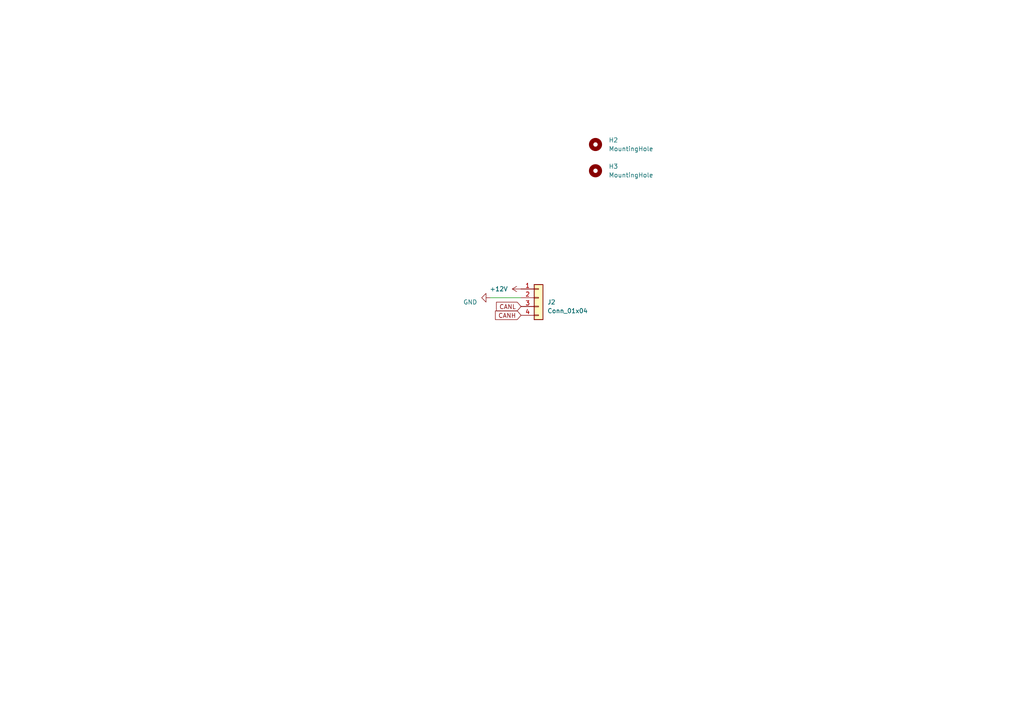
<source format=kicad_sch>
(kicad_sch (version 20210126) (generator eeschema)
  (paper "A4")
  (title_block (title "CAN Bus Alfa Speed Display") (date "2021-04-16") (rev "1") (comment 1 "Author: James Fletcher"))
  (lib_symbols
    (symbol "Connector_Generic:Conn_01x04" (pin_names (offset 1.016) hide)
      (property "Reference" "J" (at 0 5.08 0))
      (property "Value" "Conn_01x04" (at 0 -7.62 0))
      (symbol "Conn_01x04_1_1"
        (rectangle (start -1.27 -4.953) (end 0 -5.207) (stroke (width 0.1524)))
        (rectangle (start -1.27 -2.413) (end 0 -2.667) (stroke (width 0.1524)))
        (rectangle (start -1.27 2.667) (end 0 2.413) (stroke (width 0.1524)))
        (rectangle (start -1.27 3.81) (end 1.27 -6.35) (stroke (width 0.254)) (fill (type background)))
        (rectangle (start -1.27 0.127) (end 0 -0.127) (stroke (width 0.1524)))
        (pin passive line (at -5.08 2.54 0) (length 3.81) (name "Pin_1") (number "1"))
        (pin passive line (at -5.08 0 0) (length 3.81) (name "Pin_2") (number "2"))
        (pin passive line (at -5.08 -2.54 0) (length 3.81) (name "Pin_3") (number "3"))
        (pin passive line (at -5.08 -5.08 0) (length 3.81) (name "Pin_4") (number "4"))
      )
    )
    (symbol "Mechanical:MountingHole" (pin_names (offset 1.016))
      (property "Reference" "H" (at 0 5.08 0))
      (property "Value" "MountingHole" (at 0 3.175 0))
      (symbol "MountingHole_0_1"
        (circle (center 0 0) (radius 1.27) (stroke (width 1.27)))
      )
    )
    (symbol "power:+12V" (power) (pin_names (offset 0))
      (property "Value" "+12V" (at 0 3.556 0))
      (symbol "+12V_0_1"
        (polyline (pts (xy -0.762 1.27) (xy 0 2.54)))
        (polyline (pts (xy 0 0) (xy 0 2.54)))
        (polyline (pts (xy 0 2.54) (xy 0.762 1.27)))
      )
      (symbol "+12V_1_1"
        (pin power_in line (at 0 0 90) (length 0) hide (name "+12V") (number "1"))
      )
    )
    (symbol "power:GND" (power) (pin_names (offset 0))
      (property "Value" "GND" (at 0 -3.81 0))
      (symbol "GND_0_1"
        (polyline (pts (xy 0 0) (xy 0 -1.27) (xy 1.27 -1.27) (xy 0 -2.54) (xy -1.27 -1.27) (xy 0 -1.27)))
      )
      (symbol "GND_1_1"
        (pin power_in line (at 0 0 270) (length 0) hide (name "GND") (number "1"))
      )
    )
  )
  (wire (pts (xy 142.24 86.36) (xy 151.13 86.36)))
  (global_label "CANL" (shape input) (at 151.13 88.9 180) (property "Intersheet References" "${INTERSHEET_REFS}" (effects hide)))
  (global_label "CANH" (shape input) (at 151.13 91.44 180) (property "Intersheet References" "${INTERSHEET_REFS}" (effects hide)))
  (symbol (lib_id "power:+12V") (at 151.13 83.82 90) (unit 1)
    (property "Reference" "#PWR043" (effects hide))
    (property "Value" "+12V" (at 147.32 83.82 90) (effects (justify left)))
  )
  (symbol (lib_id "power:GND") (at 142.24 86.36 270) (unit 1)
    (property "Reference" "#PWR042" (effects hide))
    (property "Value" "GND" (at 138.43 87.63 90) (effects (justify right)))
  )
  (symbol (lib_id "Mechanical:MountingHole") (at 172.72 41.91 0) (unit 1)
    (property "Reference" "H2" (at 176.53 40.64 0) (effects (justify left)))
    (property "Value" "MountingHole" (at 176.53 43.18 0) (effects (justify left)))
    (property "Footprint" "MountingHole:MountingHole_6mm_Pad" (effects hide))
  )
  (symbol (lib_id "Mechanical:MountingHole") (at 172.72 49.53 0) (unit 1)
    (property "Reference" "H3" (at 176.53 48.26 0) (effects (justify left)))
    (property "Value" "MountingHole" (at 176.53 50.8 0) (effects (justify left)))
    (property "Footprint" "MountingHole:MountingHole_6mm_Pad" (effects hide))
  )
  (symbol (lib_id "Connector_Generic:Conn_01x04") (at 156.21 86.36 0) (unit 1)
    (property "Reference" "J2" (at 158.75 87.63 0) (effects (justify left)))
    (property "Value" "Conn_01x04" (at 158.75 90.17 0) (effects (justify left)))
    (property "Footprint" "Connector_PinHeader_1.27mm:PinHeader_1x04_P1.27mm_Vertical" (effects hide))
  )
)
</source>
